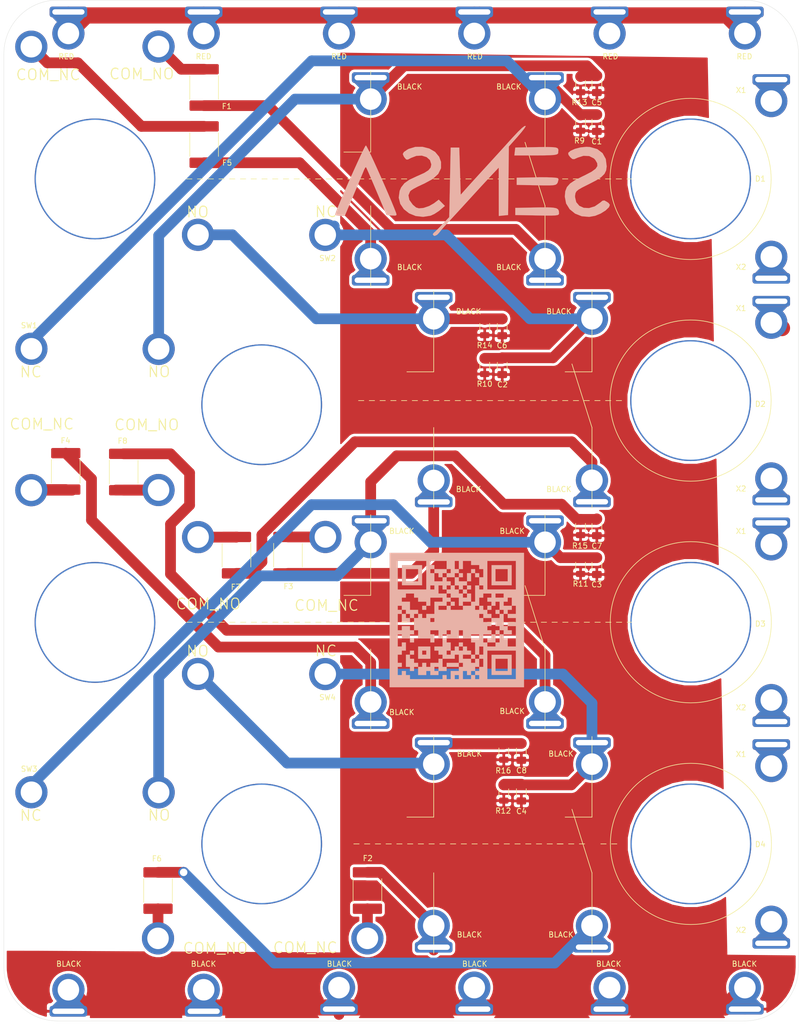
<source format=kicad_pcb>
(kicad_pcb (version 20171130) (host pcbnew "(5.1.9)-1")
  (layers (0 F.Cu signal) (31 B.Cu signal) (34 B.Paste user) (35 F.Paste user) (36 B.SilkS user) (37 F.SilkS user) (38 B.Mask user) (39 F.Mask user) (44 Edge.Cuts user))
  (net 0 "")
  (net 1 /PASS1_NO)
  (net 2 /PASS2_NO)
  (net 3 /PASS3_NO)
  (net 4 /PASS4_NO)
  (net 5 /PASS1_NC)
  (net 6 /PASS2_NC)
  (net 7 /PASS3_NC)
  (net 8 /PASS4_NC)
  (net 9 "Net-(D9-Pad2)")
  (net 10 "Net-(D9-Pad1)")
  (net 11 "Net-(D10-Pad1)")
  (net 12 "Net-(D10-Pad2)")
  (net 13 "Net-(D11-Pad2)")
  (net 14 "Net-(D11-Pad1)")
  (net 15 "Net-(D12-Pad1)")
  (net 16 "Net-(D12-Pad2)")
  (net 17 "Net-(F1-Pad1)")
  (net 18 "Net-(F2-Pad1)")
  (net 19 "Net-(F3-Pad1)")
  (net 20 "Net-(F4-Pad1)")
  (net 21 "Net-(F5-Pad1)")
  (net 22 "Net-(F6-Pad1)")
  (net 23 "Net-(F7-Pad1)")
  (net 24 "Net-(F8-Pad1)")
  (net 25 "Net-(J10-Pad1)")
  (net 26 G)
  (net 27 /COM1_NO)
  (net 28 /COM4_NC)
  (net 29 /COM2_NC)
  (net 30 /COM3_NC)
  (net 31 /COM1_NC)
  (net 32 /COM4_NO)
  (net 33 /COM2_NO)
  (net 34 /COM3_NO)
  (module additions:QRcode_Smaller (layer B.Cu) (at 115.66 146.74 180)
    (fp_text reference G*** hide)
    (fp_text value LOGO hide)
  )
  (module additions:logo5 (layer B.Cu) (at 118.65 65.09 180)
    (fp_text reference G*** hide)
    (fp_text value LOGO hide)
  )
  (module additions:switch (layer F.Cu) (at 48.26 68.15 180)
    (fp_text reference SW1 (at 12.26 -23.77) (layer F.SilkS))
    (fp_text value SW_DPST)
    (fp_text user NO (at -11.93 -32.38) (layer F.SilkS) (effects (font (size 2 2) (thickness 0.2))))
    (fp_text user COM_NC (at 8.73 22.89) (layer F.SilkS) (effects (font (size 2 2) (thickness 0.2))))
    (fp_text user COM_NO (at -8.7 23.05) (layer F.SilkS) (effects (font (size 2 2) (thickness 0.2))))
    (fp_text user NC (at 11.96 -32.43) (layer F.SilkS) (effects (font (size 2 2) (thickness 0.2))))
    (pad 2 thru_hole circle (at -11.86 -28.13 270) (size 6 6) (drill 4) (layers *.Cu *.Mask) (net 5 /PASS1_NC))
    (pad 1 thru_hole circle (at -11.84 28.14 270) (size 6 6) (drill 4) (layers *.Cu *.Mask) (net 17 "Net-(F1-Pad1)"))
    (pad 3 thru_hole circle (at 11.86 28.11 270) (size 6 6) (drill 4) (layers *.Cu *.Mask) (net 21 "Net-(F5-Pad1)"))
    (pad 4 thru_hole circle (at 11.84 -28.11 270) (size 6 6) (drill 4) (layers *.Cu *.Mask) (net 1 /PASS1_NO))
    (pad "" thru_hole circle (at 0 3.5 180) (size 22.5 22.5) (drill 22) (layers *.Cu *.Mask))
  )
  (module additions:bulb (layer F.Cu) (at 159.25 188.42 180)
    (fp_text reference D4 (at -12.93 -0.08) (layer F.SilkS))
    (fp_text value LED)
    (pad "" thru_hole circle (at 0 0 180) (size 22.5 22.5) (drill 22) (layers *.Cu *.Mask))
  )
  (module additions:bulb (layer F.Cu) (at 159.23 147.163332 180)
    (fp_text reference D3 (at -12.95 -0.296668) (layer F.SilkS))
    (fp_text value LED)
    (pad "" thru_hole circle (at 0 0 180) (size 22.5 22.5) (drill 22) (layers *.Cu *.Mask))
  )
  (module additions:bulb (layer F.Cu) (at 159.19 105.906666 180)
    (fp_text reference D2 (at -12.99 -0.643334) (layer F.SilkS))
    (fp_text value LED)
    (pad "" thru_hole circle (at 0 0 180) (size 22.5 22.5) (drill 22) (layers *.Cu *.Mask))
  )
  (module additions:bulb (layer F.Cu) (at 159.19 64.65 180)
    (fp_text reference D1 (at -12.99 0.03) (layer F.SilkS))
    (fp_text value LED)
    (pad "" thru_hole circle (at 0 0 180) (size 22.5 22.5) (drill 22) (layers *.Cu *.Mask))
  )
  (module additions:BananaPlug_custom (layer F.Cu) (at 111.35 120.77)
    (fp_text reference BLACK (at 6.49 1.64) (layer F.SilkS))
    (fp_text value COM)
    (pad 1 thru_hole custom (at 0 0) (size 6 6) (drill 4) (layers *.Cu *.Mask) (net 33 /COM2_NO) (options (clearance outline) (anchor circle)) (primitives (gr_poly (pts (xy 0 0) (xy 3 3) (xy 0 3)) (width 0)) (gr_poly (pts (xy 0 0) (xy 0 3) (xy -3 3)) (width 0))))
    (pad 1 thru_hole roundrect (at 0 4 270) (size 2 7) (drill oval 1 6) (layers *.Cu *.Mask) (net 33 /COM2_NO))
  )
  (module additions:BananaPlug_custom (layer F.Cu) (at 99.61 132.27 180)
    (fp_text reference BLACK (at -5.79 2.08) (layer F.SilkS))
    (fp_text value NC)
    (pad 1 thru_hole custom (at 0 0 180) (size 6 6) (drill 4) (layers *.Cu *.Mask) (net 7 /PASS3_NC) (options (clearance outline) (anchor circle)) (primitives (gr_poly (pts (xy 0 0) (xy 3 3) (xy 0 3)) (width 0)) (gr_poly (pts (xy 0 0) (xy 0 3) (xy -3 3)) (width 0))))
    (pad 1 thru_hole roundrect (at 0 4 90) (size 2 7) (drill oval 1 6) (layers *.Cu *.Mask) (net 7 /PASS3_NC))
  )
  (module additions:BananaPlug_custom (layer F.Cu) (at 99.61 162.01)
    (fp_text reference BLACK (at 5.79 1.9) (layer F.SilkS))
    (fp_text value COM)
    (pad 1 thru_hole roundrect (at 0 4 270) (size 2 7) (drill oval 1 6) (layers *.Cu *.Mask) (net 34 /COM3_NO))
    (pad 1 thru_hole custom (at 0 0) (size 6 6) (drill 4) (layers *.Cu *.Mask) (net 34 /COM3_NO) (options (clearance outline) (anchor circle)) (primitives (gr_poly (pts (xy 0 0) (xy 3 3) (xy 0 3)) (width 0)) (gr_poly (pts (xy 0 0) (xy 0 3) (xy -3 3)) (width 0))))
  )
  (module additions:BananaPlug_custom (layer F.Cu) (at 111.35 203.65)
    (fp_text reference BLACK (at 6.66 1.66) (layer F.SilkS))
    (fp_text value COM)
    (pad 1 thru_hole roundrect (at 0 4 270) (size 2 7) (drill oval 1 6) (layers *.Cu *.Mask) (net 32 /COM4_NO))
    (pad 1 thru_hole custom (at 0 0) (size 6 6) (drill 4) (layers *.Cu *.Mask) (net 32 /COM4_NO) (options (clearance outline) (anchor circle)) (primitives (gr_poly (pts (xy 0 0) (xy 3 3) (xy 0 3)) (width 0)) (gr_poly (pts (xy 0 0) (xy 0 3) (xy -3 3)) (width 0))))
  )
  (module additions:BananaPlug_custom (layer F.Cu) (at 111.35 173.57 180)
    (fp_text reference BLACK (at -6.66 1.91) (layer F.SilkS))
    (fp_text value NC)
    (pad 1 thru_hole roundrect (at 0 4 90) (size 2 7) (drill oval 1 6) (layers *.Cu *.Mask) (net 8 /PASS4_NC))
    (pad 1 thru_hole custom (at 0 0 180) (size 6 6) (drill 4) (layers *.Cu *.Mask) (net 8 /PASS4_NC) (options (clearance outline) (anchor circle)) (primitives (gr_poly (pts (xy 0 0) (xy 3 3) (xy 0 3)) (width 0)) (gr_poly (pts (xy 0 0) (xy 0 3) (xy -3 3)) (width 0))))
  )
  (module additions:BananaPlug_custom (layer F.Cu) (at 111.35 90.68 180)
    (fp_text reference BLACK (at -6.49 1.36) (layer F.SilkS))
    (fp_text value NC)
    (pad 1 thru_hole custom (at 0 0 180) (size 6 6) (drill 4) (layers *.Cu *.Mask) (net 6 /PASS2_NC) (options (clearance outline) (anchor circle)) (primitives (gr_poly (pts (xy 0 0) (xy 3 3) (xy 0 3)) (width 0)) (gr_poly (pts (xy 0 0) (xy 0 3) (xy -3 3)) (width 0))))
    (pad 1 thru_hole roundrect (at 0 4 90) (size 2 7) (drill oval 1 6) (layers *.Cu *.Mask) (net 6 /PASS2_NC))
  )
  (module additions:BananaPlug_custom (layer F.Cu) (at 99.61 79.5)
    (fp_text reference BLACK (at 7.25 1.59) (layer F.SilkS))
    (fp_text value COM)
    (pad 1 thru_hole custom (at 0 0) (size 6 6) (drill 4) (layers *.Cu *.Mask) (net 27 /COM1_NO) (options (clearance outline) (anchor circle)) (primitives (gr_poly (pts (xy 0 0) (xy 3 3) (xy 0 3)) (width 0)) (gr_poly (pts (xy 0 0) (xy 0 3) (xy -3 3)) (width 0))))
    (pad 1 thru_hole roundrect (at 0 4 270) (size 2 7) (drill oval 1 6) (layers *.Cu *.Mask) (net 27 /COM1_NO))
  )
  (module additions:BananaPlug_custom (layer F.Cu) (at 140.82 90.68 180)
    (fp_text reference BLACK (at 6.15 1.36) (layer F.SilkS))
    (fp_text value NO)
    (pad 1 thru_hole custom (at 0 0 180) (size 6 6) (drill 4) (layers *.Cu *.Mask) (net 2 /PASS2_NO) (options (clearance outline) (anchor circle)) (primitives (gr_poly (pts (xy 0 0) (xy 3 3) (xy 0 3)) (width 0)) (gr_poly (pts (xy 0 0) (xy 0 3) (xy -3 3)) (width 0))))
    (pad 1 thru_hole roundrect (at 0 4 90) (size 2 7) (drill oval 1 6) (layers *.Cu *.Mask) (net 2 /PASS2_NO))
  )
  (module additions:BananaPlug_custom (layer F.Cu) (at 140.82 173.57 180)
    (fp_text reference BLACK (at 5.77 1.92) (layer F.SilkS))
    (fp_text value NO)
    (pad 1 thru_hole custom (at 0 0 180) (size 6 6) (drill 4) (layers *.Cu *.Mask) (net 4 /PASS4_NO) (options (clearance outline) (anchor circle)) (primitives (gr_poly (pts (xy 0 0) (xy 3 3) (xy 0 3)) (width 0)) (gr_poly (pts (xy 0 0) (xy 0 3) (xy -3 3)) (width 0))))
    (pad 1 thru_hole roundrect (at 0 4 90) (size 2 7) (drill oval 1 6) (layers *.Cu *.Mask) (net 4 /PASS4_NO))
  )
  (module additions:BananaPlug_custom (layer F.Cu) (at 132.08 162)
    (fp_text reference BLACK (at -6.12 1.71) (layer F.SilkS))
    (fp_text value COM)
    (pad 1 thru_hole custom (at 0 0) (size 6 6) (drill 4) (layers *.Cu *.Mask) (net 30 /COM3_NC) (options (clearance outline) (anchor circle)) (primitives (gr_poly (pts (xy 0 0) (xy 3 3) (xy 0 3)) (width 0)) (gr_poly (pts (xy 0 0) (xy 0 3) (xy -3 3)) (width 0))))
    (pad 1 thru_hole roundrect (at 0 4 270) (size 2 7) (drill oval 1 6) (layers *.Cu *.Mask) (net 30 /COM3_NC))
  )
  (module additions:BananaPlug_custom (layer F.Cu) (at 140.82 203.64)
    (fp_text reference BLACK (at -5.77 1.67) (layer F.SilkS))
    (fp_text value COM)
    (pad 1 thru_hole roundrect (at 0 4 270) (size 2 7) (drill oval 1 6) (layers *.Cu *.Mask) (net 28 /COM4_NC))
    (pad 1 thru_hole custom (at 0 0) (size 6 6) (drill 4) (layers *.Cu *.Mask) (net 28 /COM4_NC) (options (clearance outline) (anchor circle)) (primitives (gr_poly (pts (xy 0 0) (xy 3 3) (xy 0 3)) (width 0)) (gr_poly (pts (xy 0 0) (xy 0 3) (xy -3 3)) (width 0))))
  )
  (module additions:BananaPlug_custom (layer F.Cu) (at 132.08 79.5)
    (fp_text reference BLACK (at -6.74 1.59) (layer F.SilkS))
    (fp_text value COM)
    (pad 1 thru_hole roundrect (at 0 4 270) (size 2 7) (drill oval 1 6) (layers *.Cu *.Mask) (net 31 /COM1_NC))
    (pad 1 thru_hole custom (at 0 0) (size 6 6) (drill 4) (layers *.Cu *.Mask) (net 31 /COM1_NC) (options (clearance outline) (anchor circle)) (primitives (gr_poly (pts (xy 0 0) (xy 3 3) (xy 0 3)) (width 0)) (gr_poly (pts (xy 0 0) (xy 0 3) (xy -3 3)) (width 0))))
  )
  (module additions:BananaPlug_custom (layer F.Cu) (at 140.82 120.74)
    (fp_text reference BLACK (at -6.15 1.67) (layer F.SilkS))
    (fp_text value COM)
    (pad 1 thru_hole roundrect (at 0 4 270) (size 2 7) (drill oval 1 6) (layers *.Cu *.Mask) (net 29 /COM2_NC))
    (pad 1 thru_hole custom (at 0 0) (size 6 6) (drill 4) (layers *.Cu *.Mask) (net 29 /COM2_NC) (options (clearance outline) (anchor circle)) (primitives (gr_poly (pts (xy 0 0) (xy 3 3) (xy 0 3)) (width 0)) (gr_poly (pts (xy 0 0) (xy 0 3) (xy -3 3)) (width 0))))
  )
  (module additions:BananaPlug_custom (layer F.Cu) (at 132.08 132.27 180)
    (fp_text reference BLACK (at 6.12 2.08) (layer F.SilkS))
    (fp_text value NO)
    (pad 1 thru_hole roundrect (at 0 4 90) (size 2 7) (drill oval 1 6) (layers *.Cu *.Mask) (net 3 /PASS3_NO))
    (pad 1 thru_hole custom (at 0 0 180) (size 6 6) (drill 4) (layers *.Cu *.Mask) (net 3 /PASS3_NO) (options (clearance outline) (anchor circle)) (primitives (gr_poly (pts (xy 0 0) (xy 3 3) (xy 0 3)) (width 0)) (gr_poly (pts (xy 0 0) (xy 0 3) (xy -3 3)) (width 0))))
  )
  (module additions:BananaPlug_custom (layer F.Cu) (at 43.31 215.57)
    (fp_text reference BLACK (at 0.08 -4.812777) (layer F.SilkS))
    (fp_text value -)
    (pad 1 thru_hole roundrect (at 0 4 270) (size 2 7) (drill oval 1 6) (layers *.Cu *.Mask) (net 26 G))
    (pad 1 thru_hole custom (at 0 0) (size 6 6) (drill 4) (layers *.Cu *.Mask) (net 26 G) (options (clearance outline) (anchor circle)) (primitives (gr_poly (pts (xy 0 0) (xy 3 3) (xy 0 3)) (width 0)) (gr_poly (pts (xy 0 0) (xy 0 3) (xy -3 3)) (width 0))))
  )
  (module additions:BananaPlug_custom (layer F.Cu) (at 43.31 37.57 180)
    (fp_text reference RED (at 0.39 -4.29) (layer F.SilkS))
    (fp_text value +)
    (pad 1 thru_hole custom (at 0 0 180) (size 6 6) (drill 4) (layers *.Cu *.Mask) (net 25 "Net-(J10-Pad1)") (options (clearance outline) (anchor circle)) (primitives (gr_poly (pts (xy 0 0) (xy 3 3) (xy 0 3)) (width 0)) (gr_poly (pts (xy 0 0) (xy 0 3) (xy -3 3)) (width 0))))
    (pad 1 thru_hole roundrect (at 0 4 90) (size 2 7) (drill oval 1 6) (layers *.Cu *.Mask) (net 25 "Net-(J10-Pad1)"))
  )
  (module additions:BananaPlug_custom (layer F.Cu) (at 68.508 215.57)
    (fp_text reference BLACK (at -0.03 -4.812777) (layer F.SilkS))
    (fp_text value -)
    (pad 1 thru_hole custom (at 0 0) (size 6 6) (drill 4) (layers *.Cu *.Mask) (net 26 G) (options (clearance outline) (anchor circle)) (primitives (gr_poly (pts (xy 0 0) (xy 3 3) (xy 0 3)) (width 0)) (gr_poly (pts (xy 0 0) (xy 0 3) (xy -3 3)) (width 0))))
    (pad 1 thru_hole roundrect (at 0 4 270) (size 2 7) (drill oval 1 6) (layers *.Cu *.Mask) (net 26 G))
  )
  (module additions:BananaPlug_custom (layer F.Cu) (at 68.508 37.57 180)
    (fp_text reference RED (at 0.02 -4.29) (layer F.SilkS))
    (fp_text value +)
    (pad 1 thru_hole roundrect (at 0 4 90) (size 2 7) (drill oval 1 6) (layers *.Cu *.Mask) (net 25 "Net-(J10-Pad1)"))
    (pad 1 thru_hole custom (at 0 0 180) (size 6 6) (drill 4) (layers *.Cu *.Mask) (net 25 "Net-(J10-Pad1)") (options (clearance outline) (anchor circle)) (primitives (gr_poly (pts (xy 0 0) (xy 3 3) (xy 0 3)) (width 0)) (gr_poly (pts (xy 0 0) (xy 0 3) (xy -3 3)) (width 0))))
  )
  (module additions:BananaPlug_custom (layer F.Cu) (at 93.706 215.17)
    (fp_text reference BLACK (at 0.08 -4.412777) (layer F.SilkS))
    (fp_text value -)
    (pad 1 thru_hole roundrect (at 0 4 270) (size 2 7) (drill oval 1 6) (layers *.Cu *.Mask) (net 26 G))
    (pad 1 thru_hole custom (at 0 0) (size 6 6) (drill 4) (layers *.Cu *.Mask) (net 26 G) (options (clearance outline) (anchor circle)) (primitives (gr_poly (pts (xy 0 0) (xy 3 3) (xy 0 3)) (width 0)) (gr_poly (pts (xy 0 0) (xy 0 3) (xy -3 3)) (width 0))))
  )
  (module additions:BananaPlug_custom (layer F.Cu) (at 93.706 37.57 180)
    (fp_text reference RED (at 0 -4.29) (layer F.SilkS))
    (fp_text value +)
    (pad 1 thru_hole custom (at 0 0 180) (size 6 6) (drill 4) (layers *.Cu *.Mask) (net 25 "Net-(J10-Pad1)") (options (clearance outline) (anchor circle)) (primitives (gr_poly (pts (xy 0 0) (xy 3 3) (xy 0 3)) (width 0)) (gr_poly (pts (xy 0 0) (xy 0 3) (xy -3 3)) (width 0))))
    (pad 1 thru_hole roundrect (at 0 4 90) (size 2 7) (drill oval 1 6) (layers *.Cu *.Mask) (net 25 "Net-(J10-Pad1)"))
  )
  (module additions:BananaPlug_custom (layer F.Cu) (at 118.904 215.17)
    (fp_text reference BLACK (at 0.08 -4.412777) (layer F.SilkS))
    (fp_text value -)
    (pad 1 thru_hole custom (at 0 0) (size 6 6) (drill 4) (layers *.Cu *.Mask) (net 26 G) (options (clearance outline) (anchor circle)) (primitives (gr_poly (pts (xy 0 0) (xy 3 3) (xy 0 3)) (width 0)) (gr_poly (pts (xy 0 0) (xy 0 3) (xy -3 3)) (width 0))))
    (pad 1 thru_hole roundrect (at 0 4 270) (size 2 7) (drill oval 1 6) (layers *.Cu *.Mask) (net 26 G))
  )
  (module additions:BananaPlug_custom (layer F.Cu) (at 118.904 37.57 180)
    (fp_text reference RED (at -0.11 -4.29) (layer F.SilkS))
    (fp_text value +)
    (pad 1 thru_hole roundrect (at 0 4 90) (size 2 7) (drill oval 1 6) (layers *.Cu *.Mask) (net 25 "Net-(J10-Pad1)"))
    (pad 1 thru_hole custom (at 0 0 180) (size 6 6) (drill 4) (layers *.Cu *.Mask) (net 25 "Net-(J10-Pad1)") (options (clearance outline) (anchor circle)) (primitives (gr_poly (pts (xy 0 0) (xy 3 3) (xy 0 3)) (width 0)) (gr_poly (pts (xy 0 0) (xy 0 3) (xy -3 3)) (width 0))))
  )
  (module additions:BananaPlug_custom (layer F.Cu) (at 144.102 215.17)
    (fp_text reference BLACK (at -0.16 -4.412777) (layer F.SilkS))
    (fp_text value -)
    (pad 1 thru_hole roundrect (at 0 4 270) (size 2 7) (drill oval 1 6) (layers *.Cu *.Mask) (net 26 G))
    (pad 1 thru_hole custom (at 0 0) (size 6 6) (drill 4) (layers *.Cu *.Mask) (net 26 G) (options (clearance outline) (anchor circle)) (primitives (gr_poly (pts (xy 0 0) (xy 3 3) (xy 0 3)) (width 0)) (gr_poly (pts (xy 0 0) (xy 0 3) (xy -3 3)) (width 0))))
  )
  (module additions:BananaPlug_custom (layer F.Cu) (at 144.102 37.57 180)
    (fp_text reference RED (at -0.15 -4.29) (layer F.SilkS))
    (fp_text value +)
    (pad 1 thru_hole custom (at 0 0 180) (size 6 6) (drill 4) (layers *.Cu *.Mask) (net 25 "Net-(J10-Pad1)") (options (clearance outline) (anchor circle)) (primitives (gr_poly (pts (xy 0 0) (xy 3 3) (xy 0 3)) (width 0)) (gr_poly (pts (xy 0 0) (xy 0 3) (xy -3 3)) (width 0))))
    (pad 1 thru_hole roundrect (at 0 4 90) (size 2 7) (drill oval 1 6) (layers *.Cu *.Mask) (net 25 "Net-(J10-Pad1)"))
  )
  (module additions:BananaPlug_custom (layer F.Cu) (at 169.3 215.17)
    (fp_text reference BLACK (at -0.08 -4.412777) (layer F.SilkS))
    (fp_text value -)
    (pad 1 thru_hole custom (at 0 0) (size 6 6) (drill 4) (layers *.Cu *.Mask) (net 26 G) (options (clearance outline) (anchor circle)) (primitives (gr_poly (pts (xy 0 0) (xy 3 3) (xy 0 3)) (width 0)) (gr_poly (pts (xy 0 0) (xy 0 3) (xy -3 3)) (width 0))))
    (pad 1 thru_hole roundrect (at 0 4 270) (size 2 7) (drill oval 1 6) (layers *.Cu *.Mask) (net 26 G))
  )
  (module additions:BananaPlug_custom (layer F.Cu) (at 169.3 37.57 180)
    (fp_text reference RED (at 0.08 -4.29) (layer F.SilkS))
    (fp_text value +)
    (pad 1 thru_hole roundrect (at 0 4 90) (size 2 7) (drill oval 1 6) (layers *.Cu *.Mask) (net 25 "Net-(J10-Pad1)"))
    (pad 1 thru_hole custom (at 0 0 180) (size 6 6) (drill 4) (layers *.Cu *.Mask) (net 25 "Net-(J10-Pad1)") (options (clearance outline) (anchor circle)) (primitives (gr_poly (pts (xy 0 0) (xy 3 3) (xy 0 3)) (width 0)) (gr_poly (pts (xy 0 0) (xy 0 3) (xy -3 3)) (width 0))))
  )
  (module additions:BananaPlug_custom (layer F.Cu) (at 99.61 49.79 180)
    (fp_text reference BLACK (at -7.25 2.3) (layer F.SilkS))
    (fp_text value NC)
    (pad 1 thru_hole roundrect (at 0 4 90) (size 2 7) (drill oval 1 6) (layers *.Cu *.Mask) (net 5 /PASS1_NC))
    (pad 1 thru_hole custom (at 0 0 180) (size 6 6) (drill 4) (layers *.Cu *.Mask) (net 5 /PASS1_NC) (options (clearance outline) (anchor circle)) (primitives (gr_poly (pts (xy 0 0) (xy 3 3) (xy 0 3)) (width 0)) (gr_poly (pts (xy 0 0) (xy 0 3) (xy -3 3)) (width 0))))
  )
  (module additions:BananaPlug_custom (layer F.Cu) (at 132.08 49.79 180)
    (fp_text reference BLACK (at 6.74 2.3) (layer F.SilkS))
    (fp_text value NO)
    (pad 1 thru_hole custom (at 0 0 180) (size 6 6) (drill 4) (layers *.Cu *.Mask) (net 1 /PASS1_NO) (options (clearance outline) (anchor circle)) (primitives (gr_poly (pts (xy 0 0) (xy 3 3) (xy 0 3)) (width 0)) (gr_poly (pts (xy 0 0) (xy 0 3) (xy -3 3)) (width 0))))
    (pad 1 thru_hole roundrect (at 0 4 90) (size 2 7) (drill oval 1 6) (layers *.Cu *.Mask) (net 1 /PASS1_NO))
  )
  (module additions:BananaPlug_custom (layer F.Cu) (at 174.22 50.157223 180)
    (fp_text reference X1 (at 5.63 2.027223) (layer F.SilkS))
    (fp_text value X2)
    (pad 1 thru_hole roundrect (at 0 4 90) (size 2 7) (drill oval 1 6) (layers *.Cu *.Mask) (net 10 "Net-(D9-Pad1)"))
    (pad 1 thru_hole custom (at 0 0 180) (size 6 6) (drill 4) (layers *.Cu *.Mask) (net 10 "Net-(D9-Pad1)") (options (clearance outline) (anchor circle)) (primitives (gr_poly (pts (xy 0 0) (xy 3 3) (xy 0 3)) (width 0)) (gr_poly (pts (xy 0 0) (xy 0 3) (xy -3 3)) (width 0))))
  )
  (module additions:BananaPlug_custom (layer F.Cu) (at 174.22 79.142777)
    (fp_text reference X2 (at -5.63 1.907223) (layer F.SilkS))
    (fp_text value X1)
    (pad 1 thru_hole custom (at 0 0) (size 6 6) (drill 4) (layers *.Cu *.Mask) (net 9 "Net-(D9-Pad2)") (options (clearance outline) (anchor circle)) (primitives (gr_poly (pts (xy 0 0) (xy 3 3) (xy 0 3)) (width 0)) (gr_poly (pts (xy 0 0) (xy 0 3) (xy -3 3)) (width 0))))
    (pad 1 thru_hole roundrect (at 0 4 270) (size 2 7) (drill oval 1 6) (layers *.Cu *.Mask) (net 9 "Net-(D9-Pad2)"))
  )
  (module additions:BananaPlug_custom (layer F.Cu) (at 174.22 91.413889 180)
    (fp_text reference X1 (at 5.63 2.693889) (layer F.SilkS))
    (fp_text value X2)
    (pad 1 thru_hole custom (at 0 0 180) (size 6 6) (drill 4) (layers *.Cu *.Mask) (net 11 "Net-(D10-Pad1)") (options (clearance outline) (anchor circle)) (primitives (gr_poly (pts (xy 0 0) (xy 3 3) (xy 0 3)) (width 0)) (gr_poly (pts (xy 0 0) (xy 0 3) (xy -3 3)) (width 0))))
    (pad 1 thru_hole roundrect (at 0 4 90) (size 2 7) (drill oval 1 6) (layers *.Cu *.Mask) (net 11 "Net-(D10-Pad1)"))
  )
  (module additions:BananaPlug_custom (layer F.Cu) (at 174.22 120.399443)
    (fp_text reference X2 (at -5.63 1.920557) (layer F.SilkS))
    (fp_text value X1)
    (pad 1 thru_hole roundrect (at 0 4 270) (size 2 7) (drill oval 1 6) (layers *.Cu *.Mask) (net 12 "Net-(D10-Pad2)"))
    (pad 1 thru_hole custom (at 0 0) (size 6 6) (drill 4) (layers *.Cu *.Mask) (net 12 "Net-(D10-Pad2)") (options (clearance outline) (anchor circle)) (primitives (gr_poly (pts (xy 0 0) (xy 3 3) (xy 0 3)) (width 0)) (gr_poly (pts (xy 0 0) (xy 0 3) (xy -3 3)) (width 0))))
  )
  (module additions:BananaPlug_custom (layer F.Cu) (at 174.22 132.670555 180)
    (fp_text reference X1 (at 5.63 2.460555) (layer F.SilkS))
    (fp_text value X2)
    (pad 1 thru_hole roundrect (at 0 4 90) (size 2 7) (drill oval 1 6) (layers *.Cu *.Mask) (net 14 "Net-(D11-Pad1)"))
    (pad 1 thru_hole custom (at 0 0 180) (size 6 6) (drill 4) (layers *.Cu *.Mask) (net 14 "Net-(D11-Pad1)") (options (clearance outline) (anchor circle)) (primitives (gr_poly (pts (xy 0 0) (xy 3 3) (xy 0 3)) (width 0)) (gr_poly (pts (xy 0 0) (xy 0 3) (xy -3 3)) (width 0))))
  )
  (module additions:BananaPlug_custom (layer F.Cu) (at 174.22 161.656109)
    (fp_text reference X2 (at -5.63 1.383891) (layer F.SilkS))
    (fp_text value X1)
    (pad 1 thru_hole custom (at 0 0) (size 6 6) (drill 4) (layers *.Cu *.Mask) (net 13 "Net-(D11-Pad2)") (options (clearance outline) (anchor circle)) (primitives (gr_poly (pts (xy 0 0) (xy 3 3) (xy 0 3)) (width 0)) (gr_poly (pts (xy 0 0) (xy 0 3) (xy -3 3)) (width 0))))
    (pad 1 thru_hole roundrect (at 0 4 270) (size 2 7) (drill oval 1 6) (layers *.Cu *.Mask) (net 13 "Net-(D11-Pad2)"))
  )
  (module additions:BananaPlug_custom (layer F.Cu) (at 174.22 173.927223 180)
    (fp_text reference X1 (at 5.63 2.207223) (layer F.SilkS))
    (fp_text value X2)
    (pad 1 thru_hole custom (at 0 0 180) (size 6 6) (drill 4) (layers *.Cu *.Mask) (net 15 "Net-(D12-Pad1)") (options (clearance outline) (anchor circle)) (primitives (gr_poly (pts (xy 0 0) (xy 3 3) (xy 0 3)) (width 0)) (gr_poly (pts (xy 0 0) (xy 0 3) (xy -3 3)) (width 0))))
    (pad 1 thru_hole roundrect (at 0 4 90) (size 2 7) (drill oval 1 6) (layers *.Cu *.Mask) (net 15 "Net-(D12-Pad1)"))
  )
  (module additions:BananaPlug_custom (layer F.Cu) (at 174.22 202.912777)
    (fp_text reference X2 (at -5.63 1.547223) (layer F.SilkS))
    (fp_text value X1)
    (pad 1 thru_hole roundrect (at 0 4 270) (size 2 7) (drill oval 1 6) (layers *.Cu *.Mask) (net 16 "Net-(D12-Pad2)"))
    (pad 1 thru_hole custom (at 0 0) (size 6 6) (drill 4) (layers *.Cu *.Mask) (net 16 "Net-(D12-Pad2)") (options (clearance outline) (anchor circle)) (primitives (gr_poly (pts (xy 0 0) (xy 3 3) (xy 0 3)) (width 0)) (gr_poly (pts (xy 0 0) (xy 0 3) (xy -3 3)) (width 0))))
  )
  (module Capacitor_SMD:C_1206_3216Metric_Pad1.33x1.80mm_HandSolder (layer F.Cu) (at 141.73 54.24 270)
    (fp_text reference C1 (at 3.45 0.03 180) (layer F.SilkS))
    (fp_text value 1uF)
    (pad 1 smd roundrect (at -1.5625 0 270) (size 1.325 1.8) (layers F.Cu F.Paste F.Mask) (roundrect_rratio 0.1886777358490566) (net 1 /PASS1_NO))
    (pad 2 smd roundrect (at 1.5625 0 270) (size 1.325 1.8) (layers F.Cu F.Paste F.Mask) (roundrect_rratio 0.1886777358490566) (net 26 G))
  )
  (module Capacitor_SMD:C_1206_3216Metric_Pad1.33x1.80mm_HandSolder (layer F.Cu) (at 124.11 99.5 270)
    (fp_text reference C2 (at 3.42 -0.05 180) (layer F.SilkS))
    (fp_text value 1uF)
    (pad 2 smd roundrect (at 1.5625 0 270) (size 1.325 1.8) (layers F.Cu F.Paste F.Mask) (roundrect_rratio 0.1886777358490566) (net 26 G))
    (pad 1 smd roundrect (at -1.5625 0 270) (size 1.325 1.8) (layers F.Cu F.Paste F.Mask) (roundrect_rratio 0.1886777358490566) (net 2 /PASS2_NO))
  )
  (module Capacitor_SMD:C_1206_3216Metric_Pad1.33x1.80mm_HandSolder (layer F.Cu) (at 141.73 136.71 270)
    (fp_text reference C3 (at 3.43 0.03 180) (layer F.SilkS))
    (fp_text value 1uF)
    (pad 1 smd roundrect (at -1.5625 0 270) (size 1.325 1.8) (layers F.Cu F.Paste F.Mask) (roundrect_rratio 0.1886777358490566) (net 3 /PASS3_NO))
    (pad 2 smd roundrect (at 1.5625 0 270) (size 1.325 1.8) (layers F.Cu F.Paste F.Mask) (roundrect_rratio 0.1886777358490566) (net 26 G))
  )
  (module Capacitor_SMD:C_1206_3216Metric_Pad1.33x1.80mm_HandSolder (layer F.Cu) (at 127.67 178.86 270)
    (fp_text reference C4 (at 3.49 -0.03 180) (layer F.SilkS))
    (fp_text value 1uF)
    (pad 2 smd roundrect (at 1.5625 0 270) (size 1.325 1.8) (layers F.Cu F.Paste F.Mask) (roundrect_rratio 0.1886777358490566) (net 26 G))
    (pad 1 smd roundrect (at -1.5625 0 270) (size 1.325 1.8) (layers F.Cu F.Paste F.Mask) (roundrect_rratio 0.1886777358490566) (net 4 /PASS4_NO))
  )
  (module Capacitor_SMD:C_1206_3216Metric_Pad1.33x1.80mm_HandSolder (layer F.Cu) (at 141.73 47.01 270)
    (fp_text reference C5 (at 3.4 0.03 180) (layer F.SilkS))
    (fp_text value 1uF)
    (pad 1 smd roundrect (at -1.5625 0 270) (size 1.325 1.8) (layers F.Cu F.Paste F.Mask) (roundrect_rratio 0.1886777358490566) (net 5 /PASS1_NC))
    (pad 2 smd roundrect (at 1.5625 0 270) (size 1.325 1.8) (layers F.Cu F.Paste F.Mask) (roundrect_rratio 0.1886777358490566) (net 26 G))
  )
  (module Capacitor_SMD:C_1206_3216Metric_Pad1.33x1.80mm_HandSolder (layer F.Cu) (at 124.11 92.27 270)
    (fp_text reference C6 (at 3.37 0.04 180) (layer F.SilkS))
    (fp_text value 1uF)
    (pad 1 smd roundrect (at -1.5625 0 270) (size 1.325 1.8) (layers F.Cu F.Paste F.Mask) (roundrect_rratio 0.1886777358490566) (net 6 /PASS2_NC))
    (pad 2 smd roundrect (at 1.5625 0 270) (size 1.325 1.8) (layers F.Cu F.Paste F.Mask) (roundrect_rratio 0.1886777358490566) (net 26 G))
  )
  (module Capacitor_SMD:C_1206_3216Metric_Pad1.33x1.80mm_HandSolder (layer F.Cu) (at 141.73 129.48 270)
    (fp_text reference C7 (at 3.48 0 180) (layer F.SilkS))
    (fp_text value 1uF)
    (pad 2 smd roundrect (at 1.5625 0 270) (size 1.325 1.8) (layers F.Cu F.Paste F.Mask) (roundrect_rratio 0.1886777358490566) (net 26 G))
    (pad 1 smd roundrect (at -1.5625 0 270) (size 1.325 1.8) (layers F.Cu F.Paste F.Mask) (roundrect_rratio 0.1886777358490566) (net 7 /PASS3_NC))
  )
  (module Capacitor_SMD:C_1206_3216Metric_Pad1.33x1.80mm_HandSolder (layer F.Cu) (at 127.67 171.29 270)
    (fp_text reference C8 (at 3.47 -0.03 180) (layer F.SilkS))
    (fp_text value 1uF)
    (pad 2 smd roundrect (at 1.5625 0 270) (size 1.325 1.8) (layers F.Cu F.Paste F.Mask) (roundrect_rratio 0.1886777358490566) (net 26 G))
    (pad 1 smd roundrect (at -1.5625 0 270) (size 1.325 1.8) (layers F.Cu F.Paste F.Mask) (roundrect_rratio 0.1886777358490566) (net 8 /PASS4_NC))
  )
  (module Fuse:Fuse_2920_7451Metric (layer F.Cu) (at 68.59 47.62 270)
    (fp_text reference F1 (at 3.52 -4.22 180) (layer F.SilkS))
    (fp_text value Fuse)
    (pad 1 smd roundrect (at -3.3875 0 270) (size 1.925 5.45) (layers F.Cu F.Paste F.Mask) (roundrect_rratio 0.1298696103896104) (net 17 "Net-(F1-Pad1)"))
    (pad 2 smd roundrect (at 3.3875 0 270) (size 1.925 5.45) (layers F.Cu F.Paste F.Mask) (roundrect_rratio 0.1298696103896104) (net 31 /COM1_NC))
  )
  (module Fuse:Fuse_2920_7451Metric (layer F.Cu) (at 99 197.1 90)
    (fp_text reference F2 (at 6 0.06 180) (layer F.SilkS))
    (fp_text value Fuse)
    (pad 1 smd roundrect (at -3.3875 0 90) (size 1.925 5.45) (layers F.Cu F.Paste F.Mask) (roundrect_rratio 0.1298696103896104) (net 18 "Net-(F2-Pad1)"))
    (pad 2 smd roundrect (at 3.3875 0 90) (size 1.925 5.45) (layers F.Cu F.Paste F.Mask) (roundrect_rratio 0.1298696103896104) (net 32 /COM4_NO))
  )
  (module Fuse:Fuse_2920_7451Metric (layer F.Cu) (at 84.2 134.6775 270)
    (fp_text reference F3 (at 5.82 -0.09 180) (layer F.SilkS))
    (fp_text value Fuse)
    (pad 1 smd roundrect (at -3.3875 0 270) (size 1.925 5.45) (layers F.Cu F.Paste F.Mask) (roundrect_rratio 0.1298696103896104) (net 19 "Net-(F3-Pad1)"))
    (pad 2 smd roundrect (at 3.3875 0 270) (size 1.925 5.45) (layers F.Cu F.Paste F.Mask) (roundrect_rratio 0.1298696103896104) (net 33 /COM2_NO))
  )
  (module Fuse:Fuse_2920_7451Metric (layer F.Cu) (at 42.82 119.08 90)
    (fp_text reference F4 (at 5.725832 -0.04 180) (layer F.SilkS))
    (fp_text value Fuse)
    (pad 2 smd roundrect (at 3.3875 0 90) (size 1.925 5.45) (layers F.Cu F.Paste F.Mask) (roundrect_rratio 0.1298696103896104) (net 34 /COM3_NO))
    (pad 1 smd roundrect (at -3.3875 0 90) (size 1.925 5.45) (layers F.Cu F.Paste F.Mask) (roundrect_rratio 0.1298696103896104) (net 20 "Net-(F4-Pad1)"))
  )
  (module Fuse:Fuse_2920_7451Metric (layer F.Cu) (at 68.59 58.25 270)
    (fp_text reference F5 (at 3.4 -4.28 180) (layer F.SilkS))
    (fp_text value Fuse)
    (pad 2 smd roundrect (at 3.3875 0 270) (size 1.925 5.45) (layers F.Cu F.Paste F.Mask) (roundrect_rratio 0.1298696103896104) (net 27 /COM1_NO))
    (pad 1 smd roundrect (at -3.3875 0 270) (size 1.925 5.45) (layers F.Cu F.Paste F.Mask) (roundrect_rratio 0.1298696103896104) (net 21 "Net-(F5-Pad1)"))
  )
  (module Fuse:Fuse_2920_7451Metric (layer F.Cu) (at 60 197.1 90)
    (fp_text reference F6 (at 5.94 -0.22 180) (layer F.SilkS))
    (fp_text value Fuse)
    (pad 1 smd roundrect (at -3.3875 0 90) (size 1.925 5.45) (layers F.Cu F.Paste F.Mask) (roundrect_rratio 0.1298696103896104) (net 22 "Net-(F6-Pad1)"))
    (pad 2 smd roundrect (at 3.3875 0 90) (size 1.925 5.45) (layers F.Cu F.Paste F.Mask) (roundrect_rratio 0.1298696103896104) (net 28 /COM4_NC))
  )
  (module Fuse:Fuse_2920_7451Metric (layer F.Cu) (at 74.61 134.6775 270)
    (fp_text reference F7 (at 5.93 0.12 180) (layer F.SilkS))
    (fp_text value Fuse)
    (pad 2 smd roundrect (at 3.3875 0 270) (size 1.925 5.45) (layers F.Cu F.Paste F.Mask) (roundrect_rratio 0.1298696103896104) (net 29 /COM2_NC))
    (pad 1 smd roundrect (at -3.3875 0 270) (size 1.925 5.45) (layers F.Cu F.Paste F.Mask) (roundrect_rratio 0.1298696103896104) (net 23 "Net-(F7-Pad1)"))
  )
  (module Fuse:Fuse_2920_7451Metric (layer F.Cu) (at 53.6 119.2 90)
    (fp_text reference F8 (at 5.79 -0.2 180) (layer F.SilkS))
    (fp_text value Fuse)
    (pad 2 smd roundrect (at 3.3875 0 90) (size 1.925 5.45) (layers F.Cu F.Paste F.Mask) (roundrect_rratio 0.1298696103896104) (net 30 /COM3_NC))
    (pad 1 smd roundrect (at -3.3875 0 90) (size 1.925 5.45) (layers F.Cu F.Paste F.Mask) (roundrect_rratio 0.1298696103896104) (net 24 "Net-(F8-Pad1)"))
  )
  (module Resistor_SMD:R_1206_3216Metric (layer F.Cu) (at 138.7 54.21 270)
    (fp_text reference R9 (at 3.32 0.21 180) (layer F.SilkS))
    (fp_text value 1K)
    (pad 1 smd roundrect (at -1.4625 0 270) (size 1.125 1.75) (layers F.Cu F.Paste F.Mask) (roundrect_rratio 0.2222204444444444) (net 1 /PASS1_NO))
    (pad 2 smd roundrect (at 1.4625 0 270) (size 1.125 1.75) (layers F.Cu F.Paste F.Mask) (roundrect_rratio 0.2222204444444444) (net 26 G))
  )
  (module Resistor_SMD:R_1206_3216Metric (layer F.Cu) (at 120.85 99.5 270)
    (fp_text reference R10 (at 3.31 0.02 180) (layer F.SilkS))
    (fp_text value 10K)
    (pad 1 smd roundrect (at -1.4625 0 270) (size 1.125 1.75) (layers F.Cu F.Paste F.Mask) (roundrect_rratio 0.2222204444444444) (net 2 /PASS2_NO))
    (pad 2 smd roundrect (at 1.4625 0 270) (size 1.125 1.75) (layers F.Cu F.Paste F.Mask) (roundrect_rratio 0.2222204444444444) (net 26 G))
  )
  (module Resistor_SMD:R_1206_3216Metric (layer F.Cu) (at 138.7 136.71 270)
    (fp_text reference R11 (at 3.3 0 180) (layer F.SilkS))
    (fp_text value 10K)
    (pad 2 smd roundrect (at 1.4625 0 270) (size 1.125 1.75) (layers F.Cu F.Paste F.Mask) (roundrect_rratio 0.2222204444444444) (net 26 G))
    (pad 1 smd roundrect (at -1.4625 0 270) (size 1.125 1.75) (layers F.Cu F.Paste F.Mask) (roundrect_rratio 0.2222204444444444) (net 3 /PASS3_NO))
  )
  (module Resistor_SMD:R_1206_3216Metric (layer F.Cu) (at 124.4 178.9 270)
    (fp_text reference R12 (at 3.36 0.11 180) (layer F.SilkS))
    (fp_text value 10K)
    (pad 2 smd roundrect (at 1.4625 0 270) (size 1.125 1.75) (layers F.Cu F.Paste F.Mask) (roundrect_rratio 0.2222204444444444) (net 26 G))
    (pad 1 smd roundrect (at -1.4625 0 270) (size 1.125 1.75) (layers F.Cu F.Paste F.Mask) (roundrect_rratio 0.2222204444444444) (net 4 /PASS4_NO))
  )
  (module Resistor_SMD:R_1206_3216Metric (layer F.Cu) (at 138.7 47.05 270)
    (fp_text reference R13 (at 3.34 0.21 180) (layer F.SilkS))
    (fp_text value 1K)
    (pad 1 smd roundrect (at -1.4625 0 270) (size 1.125 1.75) (layers F.Cu F.Paste F.Mask) (roundrect_rratio 0.2222204444444444) (net 5 /PASS1_NC))
    (pad 2 smd roundrect (at 1.4625 0 270) (size 1.125 1.75) (layers F.Cu F.Paste F.Mask) (roundrect_rratio 0.2222204444444444) (net 26 G))
  )
  (module Resistor_SMD:R_1206_3216Metric (layer F.Cu) (at 120.85 92.27 270)
    (fp_text reference R14 (at 3.35 0.01 180) (layer F.SilkS))
    (fp_text value 10K)
    (pad 2 smd roundrect (at 1.4625 0 270) (size 1.125 1.75) (layers F.Cu F.Paste F.Mask) (roundrect_rratio 0.2222204444444444) (net 26 G))
    (pad 1 smd roundrect (at -1.4625 0 270) (size 1.125 1.75) (layers F.Cu F.Paste F.Mask) (roundrect_rratio 0.2222204444444444) (net 6 /PASS2_NC))
  )
  (module Resistor_SMD:R_1206_3216Metric (layer F.Cu) (at 138.7 129.48 270)
    (fp_text reference R15 (at 3.44 0.11 180) (layer F.SilkS))
    (fp_text value 10K)
    (pad 1 smd roundrect (at -1.4625 0 270) (size 1.125 1.75) (layers F.Cu F.Paste F.Mask) (roundrect_rratio 0.2222204444444444) (net 7 /PASS3_NC))
    (pad 2 smd roundrect (at 1.4625 0 270) (size 1.125 1.75) (layers F.Cu F.Paste F.Mask) (roundrect_rratio 0.2222204444444444) (net 26 G))
  )
  (module Resistor_SMD:R_1206_3216Metric (layer F.Cu) (at 124.4 171.29 270)
    (fp_text reference R16 (at 3.49 0.09 180) (layer F.SilkS))
    (fp_text value 10K)
    (pad 2 smd roundrect (at 1.4625 0 270) (size 1.125 1.75) (layers F.Cu F.Paste F.Mask) (roundrect_rratio 0.2222204444444444) (net 26 G))
    (pad 1 smd roundrect (at -1.4625 0 270) (size 1.125 1.75) (layers F.Cu F.Paste F.Mask) (roundrect_rratio 0.2222204444444444) (net 8 /PASS4_NC))
  )
  (module additions:switch (layer F.Cu) (at 79.31 184.92)
    (fp_text reference SW4 (at 12.26 -23.77) (layer F.SilkS))
    (fp_text value SW_DPST)
    (fp_text user NC (at 11.96 -32.43) (layer F.SilkS) (effects (font (size 2 2) (thickness 0.2))))
    (fp_text user COM_NO (at -8.63 22.92) (layer F.SilkS) (effects (font (size 2 2) (thickness 0.2))))
    (fp_text user COM_NC (at 8.1 22.81) (layer F.SilkS) (effects (font (size 2 2) (thickness 0.2))))
    (fp_text user NO (at -11.93 -32.38) (layer F.SilkS) (effects (font (size 2 2) (thickness 0.2))))
    (pad "" thru_hole circle (at 0 3.5) (size 22.5 22.5) (drill 22) (layers *.Cu *.Mask))
    (pad 4 thru_hole circle (at 11.84 -28.11 90) (size 6 6) (drill 4) (layers *.Cu *.Mask) (net 4 /PASS4_NO))
    (pad 3 thru_hole circle (at 19.69 21.08 90) (size 6 6) (drill 4) (layers *.Cu *.Mask) (net 18 "Net-(F2-Pad1)"))
    (pad 1 thru_hole circle (at -19.31 21.08 90) (size 6 6) (drill 4) (layers *.Cu *.Mask) (net 22 "Net-(F6-Pad1)"))
    (pad 2 thru_hole circle (at -11.86 -28.13 90) (size 6 6) (drill 4) (layers *.Cu *.Mask) (net 8 /PASS4_NC))
  )
  (module additions:switch (layer F.Cu) (at 79.31 103.18)
    (fp_text reference SW2 (at 12.26 -23.77) (layer F.SilkS))
    (fp_text value SW_DPST)
    (fp_text user NC (at 11.96 -32.43) (layer F.SilkS) (effects (font (size 2 2) (thickness 0.2))))
    (fp_text user COM_NO (at -9.93 40.57) (layer F.SilkS) (effects (font (size 2 2) (thickness 0.2))))
    (fp_text user COM_NC (at 12.08 40.85) (layer F.SilkS) (effects (font (size 2 2) (thickness 0.2))))
    (fp_text user NO (at -11.93 -32.38) (layer F.SilkS) (effects (font (size 2 2) (thickness 0.2))))
    (pad "" thru_hole circle (at 0 3.5) (size 22.5 22.5) (drill 22) (layers *.Cu *.Mask))
    (pad 4 thru_hole circle (at 11.84 -28.11 90) (size 6 6) (drill 4) (layers *.Cu *.Mask) (net 2 /PASS2_NO))
    (pad 3 thru_hole circle (at 11.86 28.11 90) (size 6 6) (drill 4) (layers *.Cu *.Mask) (net 19 "Net-(F3-Pad1)"))
    (pad 1 thru_hole circle (at -11.84 28.14 90) (size 6 6) (drill 4) (layers *.Cu *.Mask) (net 23 "Net-(F7-Pad1)"))
    (pad 2 thru_hole circle (at -11.86 -28.13 90) (size 6 6) (drill 4) (layers *.Cu *.Mask) (net 6 /PASS2_NC))
  )
  (module additions:switch (layer F.Cu) (at 48.26 150.693332 180)
    (fp_text reference SW3 (at 12.26 -23.77) (layer F.SilkS))
    (fp_text value SW_DPST)
    (fp_text user NO (at -11.93 -32.38) (layer F.SilkS) (effects (font (size 2 2) (thickness 0.2))))
    (fp_text user COM_NC (at 9.91 40.423332) (layer F.SilkS) (effects (font (size 2 2) (thickness 0.2))))
    (fp_text user COM_NO (at -9.64 40.273332) (layer F.SilkS) (effects (font (size 2 2) (thickness 0.2))))
    (fp_text user NC (at 11.96 -32.43) (layer F.SilkS) (effects (font (size 2 2) (thickness 0.2))))
    (pad 2 thru_hole circle (at -11.86 -28.13 270) (size 6 6) (drill 4) (layers *.Cu *.Mask) (net 7 /PASS3_NC))
    (pad 1 thru_hole circle (at -11.84 28.14 270) (size 6 6) (drill 4) (layers *.Cu *.Mask) (net 24 "Net-(F8-Pad1)"))
    (pad 3 thru_hole circle (at 11.86 28.11 270) (size 6 6) (drill 4) (layers *.Cu *.Mask) (net 20 "Net-(F4-Pad1)"))
    (pad 4 thru_hole circle (at 11.84 -28.11 270) (size 6 6) (drill 4) (layers *.Cu *.Mask) (net 3 /PASS3_NO))
    (pad "" thru_hole circle (at 0 3.5 180) (size 22.5 22.5) (drill 22) (layers *.Cu *.Mask))
  )
  (gr_line (start 99.61 59.65) (end 99.61 44.65) (layer F.SilkS) (width 0.12))
  (gr_line (start 111.35 183.43) (end 111.35 168.43) (layer F.SilkS) (width 0.12))
  (gr_line (start 140.82 193.79) (end 140.82 208.79) (layer F.SilkS) (width 0.12))
  (gr_line (start 137.09 181.97) (end 140.82 193.79) (layer F.SilkS) (width 0.12))
  (gr_line (start 111.35 193.79) (end 111.35 208.79) (layer F.SilkS) (width 0.12))
  (gr_line (start 111.35 183.43) (end 106.35 183.43) (layer F.SilkS) (width 0.12))
  (gr_line (start 140.82 183.43) (end 140.82 168.43) (layer F.SilkS) (width 0.12))
  (gr_line (start 140.82 183.43) (end 135.82 183.43) (layer F.SilkS) (width 0.12))
  (gr_line (start 132.08 152.16) (end 128.35 140.34) (layer F.SilkS) (width 0.12))
  (gr_line (start 99.61 142.16) (end 99.61 127.16) (layer F.SilkS) (width 0.12))
  (gr_line (start 132.08 152.16) (end 132.08 167.16) (layer F.SilkS) (width 0.12))
  (gr_line (start 132.08 142.16) (end 132.08 127.16) (layer F.SilkS) (width 0.12))
  (gr_line (start 132.08 142.16) (end 127.08 142.16) (layer F.SilkS) (width 0.12))
  (gr_line (start 99.61 152.16) (end 99.61 167.16) (layer F.SilkS) (width 0.12))
  (gr_line (start 99.61 142.16) (end 94.61 142.16) (layer F.SilkS) (width 0.12))
  (gr_line (start 137.09 99.09) (end 140.82 110.91) (layer F.SilkS) (width 0.12))
  (gr_line (start 111.35 100.55) (end 111.35 85.55) (layer F.SilkS) (width 0.12))
  (gr_line (start 140.82 110.91) (end 140.82 125.91) (layer F.SilkS) (width 0.12))
  (gr_line (start 140.82 100.55) (end 140.82 85.55) (layer F.SilkS) (width 0.12))
  (gr_line (start 140.82 100.55) (end 135.82 100.55) (layer F.SilkS) (width 0.12))
  (gr_line (start 111.35 110.91) (end 111.35 125.91) (layer F.SilkS) (width 0.12))
  (gr_line (start 111.35 100.55) (end 106.35 100.55) (layer F.SilkS) (width 0.12))
  (gr_line (start 132.08 69.65) (end 128.35 57.83) (layer F.SilkS) (width 0.12))
  (gr_line (start 132.08 59.65) (end 132.08 44.65) (layer F.SilkS) (width 0.12))
  (gr_line (start 132.08 69.65) (end 132.08 84.65) (layer F.SilkS) (width 0.12))
  (gr_line (start 132.08 59.65) (end 127.08 59.65) (layer F.SilkS) (width 0.12))
  (gr_line (start 99.61 59.65) (end 94.61 59.65) (layer F.SilkS) (width 0.12))
  (gr_line (start 99.61 69.65) (end 99.61 84.65) (layer F.SilkS) (width 0.12))
  (gr_line (start 130.46 188.42) (end 131.46 188.42) (layer F.SilkS) (width 0.12))
  (gr_line (start 138.46 188.42) (end 139.46 188.42) (layer F.SilkS) (width 0.12))
  (gr_line (start 106.46 188.42) (end 107.46 188.42) (layer F.SilkS) (width 0.12))
  (gr_line (start 134.46 188.42) (end 135.46 188.42) (layer F.SilkS) (width 0.12))
  (gr_line (start 99.46 188.42) (end 98.46 188.42) (layer F.SilkS) (width 0.12))
  (gr_line (start 103.46 188.42) (end 102.46 188.42) (layer F.SilkS) (width 0.12))
  (gr_line (start 108.46 188.42) (end 109.46 188.42) (layer F.SilkS) (width 0.12))
  (gr_line (start 136.46 188.42) (end 137.46 188.42) (layer F.SilkS) (width 0.12))
  (gr_line (start 110.46 188.42) (end 111.46 188.42) (layer F.SilkS) (width 0.12))
  (gr_line (start 122.46 188.42) (end 123.46 188.42) (layer F.SilkS) (width 0.12))
  (gr_line (start 126.46 188.42) (end 127.46 188.42) (layer F.SilkS) (width 0.12))
  (gr_line (start 134.32 188.42) (end 135.32 188.42) (layer F.SilkS) (width 0.12))
  (gr_line (start 142.46 188.42) (end 143.46 188.42) (layer F.SilkS) (width 0.12))
  (gr_line (start 120.46 188.42) (end 121.46 188.42) (layer F.SilkS) (width 0.12))
  (gr_line (start 112.46 188.42) (end 113.46 188.42) (layer F.SilkS) (width 0.12))
  (gr_line (start 114.46 188.42) (end 115.46 188.42) (layer F.SilkS) (width 0.12))
  (gr_line (start 101.46 188.42) (end 100.46 188.42) (layer F.SilkS) (width 0.12))
  (gr_line (start 118.46 188.42) (end 119.46 188.42) (layer F.SilkS) (width 0.12))
  (gr_line (start 116.46 188.42) (end 117.46 188.42) (layer F.SilkS) (width 0.12))
  (gr_line (start 128.46 188.42) (end 129.46 188.42) (layer F.SilkS) (width 0.12))
  (gr_line (start 104.46 188.42) (end 105.46 188.42) (layer F.SilkS) (width 0.12))
  (gr_line (start 97.46 188.42) (end 96.46 188.42) (layer F.SilkS) (width 0.12))
  (gr_line (start 124.46 188.42) (end 125.46 188.42) (layer F.SilkS) (width 0.12))
  (gr_line (start 144.46 188.42) (end 145.46 188.42) (layer F.SilkS) (width 0.12))
  (gr_line (start 132.46 188.42) (end 133.46 188.42) (layer F.SilkS) (width 0.12))
  (gr_line (start 72.37 147.163332) (end 71.37 147.163332) (layer F.SilkS) (width 0.12))
  (gr_line (start 70.37 147.163332) (end 69.37 147.163332) (layer F.SilkS) (width 0.12))
  (gr_line (start 137.37 147.163332) (end 138.37 147.163332) (layer F.SilkS) (width 0.12))
  (gr_line (start 149.37 147.163332) (end 150.37 147.163332) (layer F.SilkS) (width 0.12))
  (gr_line (start 139.37 147.163332) (end 140.37 147.163332) (layer F.SilkS) (width 0.12))
  (gr_line (start 117.37 147.163332) (end 118.37 147.163332) (layer F.SilkS) (width 0.12))
  (gr_line (start 121.37 147.163332) (end 122.37 147.163332) (layer F.SilkS) (width 0.12))
  (gr_line (start 119.37 147.163332) (end 120.37 147.163332) (layer F.SilkS) (width 0.12))
  (gr_line (start 103.37 147.163332) (end 104.37 147.163332) (layer F.SilkS) (width 0.12))
  (gr_line (start 133.37 147.163332) (end 134.37 147.163332) (layer F.SilkS) (width 0.12))
  (gr_line (start 129.37 147.163332) (end 130.37 147.163332) (layer F.SilkS) (width 0.12))
  (gr_line (start 147.37 147.163332) (end 148.37 147.163332) (layer F.SilkS) (width 0.12))
  (gr_line (start 143.37 147.163332) (end 144.37 147.163332) (layer F.SilkS) (width 0.12))
  (gr_line (start 105.37 147.163332) (end 106.37 147.163332) (layer F.SilkS) (width 0.12))
  (gr_line (start 125.37 147.163332) (end 126.37 147.163332) (layer F.SilkS) (width 0.12))
  (gr_line (start 111.37 147.163332) (end 112.37 147.163332) (layer F.SilkS) (width 0.12))
  (gr_line (start 141.37 147.163332) (end 142.37 147.163332) (layer F.SilkS) (width 0.12))
  (gr_line (start 115.37 147.163332) (end 116.37 147.163332) (layer F.SilkS) (width 0.12))
  (gr_line (start 131.37 147.163332) (end 132.37 147.163332) (layer F.SilkS) (width 0.12))
  (gr_line (start 68.37 147.163332) (end 67.37 147.163332) (layer F.SilkS) (width 0.12))
  (gr_line (start 145.37 147.163332) (end 146.37 147.163332) (layer F.SilkS) (width 0.12))
  (gr_line (start 123.37 147.163332) (end 124.37 147.163332) (layer F.SilkS) (width 0.12))
  (gr_line (start 109.37 147.163332) (end 110.37 147.163332) (layer F.SilkS) (width 0.12))
  (gr_line (start 135.37 147.163332) (end 136.37 147.163332) (layer F.SilkS) (width 0.12))
  (gr_line (start 127.37 147.163332) (end 128.37 147.163332) (layer F.SilkS) (width 0.12))
  (gr_line (start 97.37 147.163332) (end 98.37 147.163332) (layer F.SilkS) (width 0.12))
  (gr_line (start 66.37 147.163332) (end 65.37 147.163332) (layer F.SilkS) (width 0.12))
  (gr_line (start 113.37 147.163332) (end 114.37 147.163332) (layer F.SilkS) (width 0.12))
  (gr_line (start 107.37 147.163332) (end 108.37 147.163332) (layer F.SilkS) (width 0.12))
  (gr_line (start 81.37 147.163332) (end 82.37 147.163332) (layer F.SilkS) (width 0.12))
  (gr_line (start 87.37 147.163332) (end 88.37 147.163332) (layer F.SilkS) (width 0.12))
  (gr_line (start 73.37 147.163332) (end 74.37 147.163332) (layer F.SilkS) (width 0.12))
  (gr_line (start 85.37 147.163332) (end 86.37 147.163332) (layer F.SilkS) (width 0.12))
  (gr_line (start 91.37 147.163332) (end 92.37 147.163332) (layer F.SilkS) (width 0.12))
  (gr_line (start 89.37 147.163332) (end 90.37 147.163332) (layer F.SilkS) (width 0.12))
  (gr_line (start 93.37 147.163332) (end 94.37 147.163332) (layer F.SilkS) (width 0.12))
  (gr_line (start 79.37 147.163332) (end 80.37 147.163332) (layer F.SilkS) (width 0.12))
  (gr_line (start 75.37 147.163332) (end 76.37 147.163332) (layer F.SilkS) (width 0.12))
  (gr_line (start 101.37 147.163332) (end 102.37 147.163332) (layer F.SilkS) (width 0.12))
  (gr_line (start 95.37 147.163332) (end 96.37 147.163332) (layer F.SilkS) (width 0.12))
  (gr_line (start 77.37 147.163332) (end 78.37 147.163332) (layer F.SilkS) (width 0.12))
  (gr_line (start 83.37 147.163332) (end 84.37 147.163332) (layer F.SilkS) (width 0.12))
  (gr_line (start 99.37 147.163332) (end 100.37 147.163332) (layer F.SilkS) (width 0.12))
  (gr_line (start 104.34 105.906666) (end 103.34 105.906666) (layer F.SilkS) (width 0.12))
  (gr_line (start 102.34 105.906666) (end 101.34 105.906666) (layer F.SilkS) (width 0.12))
  (gr_line (start 135.34 105.906666) (end 136.34 105.906666) (layer F.SilkS) (width 0.12))
  (gr_line (start 137.34 105.906666) (end 138.34 105.906666) (layer F.SilkS) (width 0.12))
  (gr_line (start 143.34 105.906666) (end 144.34 105.906666) (layer F.SilkS) (width 0.12))
  (gr_line (start 100.34 105.906666) (end 99.34 105.906666) (layer F.SilkS) (width 0.12))
  (gr_line (start 141.34 105.906666) (end 142.34 105.906666) (layer F.SilkS) (width 0.12))
  (gr_line (start 129.34 105.906666) (end 130.34 105.906666) (layer F.SilkS) (width 0.12))
  (gr_line (start 98.34 105.906666) (end 97.34 105.906666) (layer F.SilkS) (width 0.12))
  (gr_line (start 145.34 105.906666) (end 146.34 105.906666) (layer F.SilkS) (width 0.12))
  (gr_line (start 139.34 105.906666) (end 140.34 105.906666) (layer F.SilkS) (width 0.12))
  (gr_line (start 113.34 105.906666) (end 114.34 105.906666) (layer F.SilkS) (width 0.12))
  (gr_line (start 119.34 105.906666) (end 120.34 105.906666) (layer F.SilkS) (width 0.12))
  (gr_line (start 105.34 105.906666) (end 106.34 105.906666) (layer F.SilkS) (width 0.12))
  (gr_line (start 117.34 105.906666) (end 118.34 105.906666) (layer F.SilkS) (width 0.12))
  (gr_line (start 123.34 105.906666) (end 124.34 105.906666) (layer F.SilkS) (width 0.12))
  (gr_line (start 121.34 105.906666) (end 122.34 105.906666) (layer F.SilkS) (width 0.12))
  (gr_line (start 125.34 105.906666) (end 126.34 105.906666) (layer F.SilkS) (width 0.12))
  (gr_line (start 111.34 105.906666) (end 112.34 105.906666) (layer F.SilkS) (width 0.12))
  (gr_line (start 107.34 105.906666) (end 108.34 105.906666) (layer F.SilkS) (width 0.12))
  (gr_line (start 133.34 105.906666) (end 134.34 105.906666) (layer F.SilkS) (width 0.12))
  (gr_line (start 127.34 105.906666) (end 128.34 105.906666) (layer F.SilkS) (width 0.12))
  (gr_line (start 109.34 105.906666) (end 110.34 105.906666) (layer F.SilkS) (width 0.12))
  (gr_line (start 115.34 105.906666) (end 116.34 105.906666) (layer F.SilkS) (width 0.12))
  (gr_line (start 131.34 105.906666) (end 132.34 105.906666) (layer F.SilkS) (width 0.12))
  (gr_line (start 72.33 64.65) (end 71.33 64.65) (layer F.SilkS) (width 0.12))
  (gr_line (start 66.33 64.65) (end 65.33 64.65) (layer F.SilkS) (width 0.12))
  (gr_line (start 70.33 64.65) (end 69.33 64.65) (layer F.SilkS) (width 0.12))
  (gr_line (start 68.33 64.65) (end 67.33 64.65) (layer F.SilkS) (width 0.12))
  (gr_line (start 137.33 64.65) (end 138.33 64.65) (layer F.SilkS) (width 0.12))
  (gr_line (start 149.33 64.65) (end 150.33 64.65) (layer F.SilkS) (width 0.12))
  (gr_line (start 145.33 64.65) (end 146.33 64.65) (layer F.SilkS) (width 0.12))
  (gr_line (start 141.33 64.65) (end 142.33 64.65) (layer F.SilkS) (width 0.12))
  (gr_line (start 147.33 64.65) (end 148.33 64.65) (layer F.SilkS) (width 0.12))
  (gr_line (start 139.33 64.65) (end 140.33 64.65) (layer F.SilkS) (width 0.12))
  (gr_line (start 143.33 64.65) (end 144.33 64.65) (layer F.SilkS) (width 0.12))
  (gr_line (start 129.33 64.65) (end 130.33 64.65) (layer F.SilkS) (width 0.12))
  (gr_line (start 113.33 64.65) (end 114.33 64.65) (layer F.SilkS) (width 0.12))
  (gr_line (start 119.33 64.65) (end 120.33 64.65) (layer F.SilkS) (width 0.12))
  (gr_line (start 105.33 64.65) (end 106.33 64.65) (layer F.SilkS) (width 0.12))
  (gr_line (start 103.33 64.65) (end 104.33 64.65) (layer F.SilkS) (width 0.12))
  (gr_line (start 117.33 64.65) (end 118.33 64.65) (layer F.SilkS) (width 0.12))
  (gr_line (start 135.33 64.65) (end 136.33 64.65) (layer F.SilkS) (width 0.12))
  (gr_line (start 123.33 64.65) (end 124.33 64.65) (layer F.SilkS) (width 0.12))
  (gr_line (start 121.33 64.65) (end 122.33 64.65) (layer F.SilkS) (width 0.12))
  (gr_line (start 125.33 64.65) (end 126.33 64.65) (layer F.SilkS) (width 0.12))
  (gr_line (start 111.33 64.65) (end 112.33 64.65) (layer F.SilkS) (width 0.12))
  (gr_line (start 107.33 64.65) (end 108.33 64.65) (layer F.SilkS) (width 0.12))
  (gr_line (start 133.33 64.65) (end 134.33 64.65) (layer F.SilkS) (width 0.12))
  (gr_line (start 127.33 64.65) (end 128.33 64.65) (layer F.SilkS) (width 0.12))
  (gr_line (start 109.33 64.65) (end 110.33 64.65) (layer F.SilkS) (width 0.12))
  (gr_line (start 115.33 64.65) (end 116.33 64.65) (layer F.SilkS) (width 0.12))
  (gr_line (start 131.33 64.65) (end 132.33 64.65) (layer F.SilkS) (width 0.12))
  (gr_line (start 87.33 64.65) (end 88.33 64.65) (layer F.SilkS) (width 0.12))
  (gr_line (start 97.33 64.65) (end 98.33 64.65) (layer F.SilkS) (width 0.12))
  (gr_line (start 89.33 64.65) (end 90.33 64.65) (layer F.SilkS) (width 0.12))
  (gr_line (start 101.33 64.65) (end 102.33 64.65) (layer F.SilkS) (width 0.12))
  (gr_line (start 95.33 64.65) (end 96.33 64.65) (layer F.SilkS) (width 0.12))
  (gr_line (start 91.33 64.65) (end 92.33 64.65) (layer F.SilkS) (width 0.12))
  (gr_line (start 93.33 64.65) (end 94.33 64.65) (layer F.SilkS) (width 0.12))
  (gr_line (start 99.33 64.65) (end 100.33 64.65) (layer F.SilkS) (width 0.12))
  (gr_line (start 81.33 64.65) (end 82.33 64.65) (layer F.SilkS) (width 0.12))
  (gr_line (start 79.33 64.65) (end 80.33 64.65) (layer F.SilkS) (width 0.12))
  (gr_line (start 83.33 64.65) (end 84.33 64.65) (layer F.SilkS) (width 0.12))
  (gr_line (start 85.33 64.65) (end 86.33 64.65) (layer F.SilkS) (width 0.12))
  (gr_line (start 77.33 64.65) (end 78.33 64.65) (layer F.SilkS) (width 0.12))
  (gr_line (start 75.33 64.65) (end 76.33 64.65) (layer F.SilkS) (width 0.12))
  (gr_line (start 73.33 64.65) (end 74.33 64.65) (layer F.SilkS) (width 0.12))
  (gr_line (start 179.29 211.37) (end 179.29 41.37) (layer Edge.Cuts) (width 0.05))
  (gr_line (start 41.29 221.37) (end 169.29 221.37) (layer Edge.Cuts) (width 0.05))
  (gr_line (start 31.29 41.37) (end 31.29 211.37) (layer Edge.Cuts) (width 0.05))
  (gr_line (start 169.29 31.37) (end 41.29 31.37) (layer Edge.Cuts) (width 0.05))
  (gr_arc (start 41.29 211.37) (end 31.29 211.37) (angle -90) (layer Edge.Cuts) (width 0.05))
  (gr_arc (start 169.29 211.37) (end 169.29 221.37) (angle -90) (layer Edge.Cuts) (width 0.05))
  (gr_arc (start 169.29 41.37) (end 179.29 41.37) (angle -90) (layer Edge.Cuts) (width 0.05))
  (gr_arc (start 41.29 41.37) (end 41.29 31.37) (angle -90) (layer Edge.Cuts) (width 0.05))
  (segment (start 132.08 49.79) (end 132.08 45.79) (width 2) (layer F.Cu) (net 1))
  (segment (start 36.42 96.26) (end 36.42 95.51) (width 2) (layer B.Cu) (net 1))
  (segment (start 124.96 42.67) (end 132.08 49.79) (width 2) (layer B.Cu) (net 1))
  (segment (start 88.63 42.67) (end 124.96 42.67) (width 2) (layer B.Cu) (net 1))
  (segment (start 36.42 94.88) (end 88.63 42.67) (width 2) (layer B.Cu) (net 1))
  (segment (start 36.42 96.26) (end 36.42 94.88) (width 2) (layer B.Cu) (net 1))
  (segment (start 132.08 46.1275) (end 138.7 52.7475) (width 2) (layer F.Cu) (net 1))
  (segment (start 132.08 45.79) (end 132.08 46.1275) (width 2) (layer F.Cu) (net 1))
  (segment (start 138.77 52.6775) (end 138.7 52.7475) (width 2) (layer F.Cu) (net 1))
  (segment (start 141.73 52.6775) (end 138.77 52.6775) (width 2) (layer F.Cu) (net 1))
  (segment (start 140.82 90.87) (end 140.82 90.68) (width 1.5) (layer B.Cu) (net 2))
  (segment (start 140.82 90.68) (end 140.82 86.68) (width 2) (layer F.Cu) (net 2))
  (segment (start 91.15 75.07) (end 92.81 73.41) (width 2) (layer B.Cu) (net 2))
  (segment (start 129.27 90.68) (end 140.82 90.68) (width 2) (layer B.Cu) (net 2))
  (segment (start 113.66 75.07) (end 129.27 90.68) (width 2) (layer B.Cu) (net 2))
  (segment (start 91.15 75.07) (end 113.66 75.07) (width 2) (layer B.Cu) (net 2))
  (segment (start 124.01 98.0375) (end 124.11 97.9375) (width 2) (layer F.Cu) (net 2))
  (segment (start 120.85 98.0375) (end 124.01 98.0375) (width 2) (layer F.Cu) (net 2))
  (segment (start 133.5625 97.9375) (end 140.82 90.68) (width 2) (layer F.Cu) (net 2))
  (segment (start 124.11 97.9375) (end 133.5625 97.9375) (width 2) (layer F.Cu) (net 2))
  (segment (start 132.08 128.27) (end 132.08 132.27) (width 2) (layer F.Cu) (net 3))
  (segment (start 36.42 178.803332) (end 36.42 177.16) (width 2) (layer B.Cu) (net 3))
  (segment (start 103.8 125.28) (end 110.79 132.27) (width 2) (layer B.Cu) (net 3))
  (segment (start 88.599334 125.28) (end 103.8 125.28) (width 2) (layer B.Cu) (net 3))
  (segment (start 36.42 177.459334) (end 88.599334 125.28) (width 2) (layer B.Cu) (net 3))
  (segment (start 36.42 178.803332) (end 36.42 177.459334) (width 2) (layer B.Cu) (net 3))
  (segment (start 110.79 132.27) (end 132.08 132.27) (width 2) (layer B.Cu) (net 3))
  (segment (start 134.9575 135.1475) (end 141.73 135.1475) (width 2) (layer F.Cu) (net 3))
  (segment (start 132.08 132.27) (end 134.9575 135.1475) (width 2) (layer F.Cu) (net 3))
  (segment (start 140.82 173.58) (end 140.82 169.58) (width 2) (layer F.Cu) (net 4))
  (segment (start 124.54 177.2975) (end 124.4 177.4375) (width 2) (layer F.Cu) (net 4))
  (segment (start 127.67 177.2975) (end 124.54 177.2975) (width 2) (layer F.Cu) (net 4))
  (segment (start 136.9625 177.4375) (end 140.82 173.58) (width 2) (layer F.Cu) (net 4))
  (segment (start 124.4 177.4375) (end 136.9625 177.4375) (width 2) (layer F.Cu) (net 4))
  (segment (start 140.82 162.22) (end 140.82 173.58) (width 2) (layer B.Cu) (net 4))
  (segment (start 135.41 156.81) (end 140.82 162.22) (width 2) (layer B.Cu) (net 4))
  (segment (start 91.15 156.81) (end 135.41 156.81) (width 2) (layer B.Cu) (net 4))
  (segment (start 99.61 49.79) (end 99.61 45.79) (width 2) (layer F.Cu) (net 5))
  (segment (start 85.53 49.79) (end 99.61 49.79) (width 2) (layer B.Cu) (net 5))
  (segment (start 60.12 75.2) (end 85.53 49.79) (width 2) (layer B.Cu) (net 5))
  (segment (start 60.12 96.28) (end 60.12 75.2) (width 2) (layer B.Cu) (net 5))
  (segment (start 138.84 45.4475) (end 138.7 45.5875) (width 2) (layer F.Cu) (net 5))
  (segment (start 141.73 45.4475) (end 138.84 45.4475) (width 2) (layer F.Cu) (net 5))
  (segment (start 105.81001 43.58999) (end 99.61 49.79) (width 2) (layer F.Cu) (net 5))
  (segment (start 139.87249 43.58999) (end 105.81001 43.58999) (width 2) (layer F.Cu) (net 5))
  (segment (start 141.73 45.4475) (end 139.87249 43.58999) (width 2) (layer F.Cu) (net 5))
  (segment (start 111.35 90.68) (end 111.35 86.68) (width 2) (layer F.Cu) (net 6))
  (segment (start 67.45 75.05) (end 73.85 75.05) (width 2) (layer B.Cu) (net 6))
  (segment (start 89.48 90.68) (end 111.35 90.68) (width 2) (layer B.Cu) (net 6))
  (segment (start 73.85 75.05) (end 89.48 90.68) (width 2) (layer B.Cu) (net 6))
  (segment (start 120.95 90.7075) (end 120.85 90.8075) (width 2) (layer F.Cu) (net 6))
  (segment (start 124.11 90.7075) (end 120.95 90.7075) (width 2) (layer F.Cu) (net 6))
  (segment (start 124.0825 90.68) (end 124.11 90.7075) (width 2) (layer F.Cu) (net 6))
  (segment (start 111.35 90.68) (end 124.0825 90.68) (width 2) (layer F.Cu) (net 6))
  (segment (start 99.61 128.27) (end 99.61 132.27) (width 2) (layer F.Cu) (net 7))
  (segment (start 93.35 138.53) (end 99.61 132.27) (width 2) (layer B.Cu) (net 7))
  (segment (start 78.96 138.53) (end 93.35 138.53) (width 2) (layer B.Cu) (net 7))
  (segment (start 60.12 157.37) (end 78.96 138.53) (width 2) (layer B.Cu) (net 7))
  (segment (start 60.12 178.823332) (end 60.12 157.37) (width 2) (layer B.Cu) (net 7))
  (segment (start 141.63 128.0175) (end 141.73 127.9175) (width 2) (layer F.Cu) (net 7))
  (segment (start 138.7 128.0175) (end 141.63 128.0175) (width 2) (layer F.Cu) (net 7))
  (segment (start 137.9875 128.0175) (end 138.7 128.0175) (width 2) (layer F.Cu) (net 7))
  (segment (start 135.17 125.2) (end 137.9875 128.0175) (width 2) (layer F.Cu) (net 7))
  (segment (start 115.33 116.19) (end 124.34 125.2) (width 2) (layer F.Cu) (net 7))
  (segment (start 104.45 116.19) (end 115.33 116.19) (width 2) (layer F.Cu) (net 7))
  (segment (start 99.61 121.03) (end 104.45 116.19) (width 2) (layer F.Cu) (net 7))
  (segment (start 124.34 125.2) (end 135.17 125.2) (width 2) (layer F.Cu) (net 7))
  (segment (start 99.61 132.27) (end 99.61 121.03) (width 2) (layer F.Cu) (net 7))
  (segment (start 111.35 173.57) (end 111.35 169.57) (width 2) (layer F.Cu) (net 8))
  (segment (start 67.45 156.79) (end 84.03 173.37) (width 2) (layer B.Cu) (net 8))
  (segment (start 111.15 173.37) (end 111.35 173.57) (width 2) (layer B.Cu) (net 8))
  (segment (start 84.03 173.37) (end 111.15 173.37) (width 2) (layer B.Cu) (net 8))
  (segment (start 111.6075 169.8275) (end 111.35 169.57) (width 2) (layer F.Cu) (net 8))
  (segment (start 124.4 169.8275) (end 111.6075 169.8275) (width 2) (layer F.Cu) (net 8))
  (segment (start 111.5075 169.7275) (end 111.35 169.57) (width 2) (layer F.Cu) (net 8))
  (segment (start 127.67 169.7275) (end 111.5075 169.7275) (width 2) (layer F.Cu) (net 8))
  (segment (start 176.212777 92.406666) (end 176.22 92.413889) (width 3) (layer F.Cu) (net 11))
  (segment (start 64.3225 44.2325) (end 60.1 40.01) (width 2) (layer F.Cu) (net 17))
  (segment (start 68.59 44.2325) (end 64.3225 44.2325) (width 2) (layer F.Cu) (net 17))
  (segment (start 99 206) (end 99 200.4875) (width 2) (layer F.Cu) (net 18))
  (segment (start 84.2 131.29) (end 91.17 131.29) (width 2) (layer F.Cu) (net 19))
  (segment (start 43.98 122.583332) (end 44.01 122.553332) (width 2) (layer F.Cu) (net 20))
  (segment (start 36.4 122.583332) (end 43.98 122.583332) (width 2) (layer F.Cu) (net 20))
  (segment (start 36.515832 122.4675) (end 36.4 122.583332) (width 2) (layer F.Cu) (net 20))
  (segment (start 42.82 122.4675) (end 36.515832 122.4675) (width 2) (layer F.Cu) (net 20))
  (segment (start 39.399999 43.039999) (end 36.4 40.04) (width 2) (layer F.Cu) (net 21))
  (segment (start 45.076001 43.039999) (end 39.399999 43.039999) (width 2) (layer F.Cu) (net 21))
  (segment (start 56.898502 54.8625) (end 45.076001 43.039999) (width 2) (layer F.Cu) (net 21))
  (segment (start 68.59 54.8625) (end 56.898502 54.8625) (width 2) (layer F.Cu) (net 21))
  (segment (start 60 206) (end 60 200.4875) (width 2) (layer F.Cu) (net 22))
  (segment (start 74.58 131.32) (end 74.61 131.29) (width 2) (layer F.Cu) (net 23))
  (segment (start 67.47 131.32) (end 74.58 131.32) (width 2) (layer F.Cu) (net 23))
  (segment (start 60.1 122.553332) (end 52.17 122.553332) (width 2) (layer F.Cu) (net 24))
  (segment (start 60.065832 122.5875) (end 60.1 122.553332) (width 2) (layer F.Cu) (net 24))
  (segment (start 53.6 122.5875) (end 60.065832 122.5875) (width 2) (layer F.Cu) (net 24))
  (segment (start 119.88 37.57) (end 119.88 33.57) (width 2) (layer F.Cu) (net 25))
  (segment (start 43.31 33.57) (end 43.31 37.57) (width 2) (layer F.Cu) (net 25))
  (segment (start 68.508 33.57) (end 68.508 37.57) (width 2) (layer F.Cu) (net 25))
  (segment (start 93.706 33.57) (end 93.706 37.57) (width 2) (layer F.Cu) (net 25))
  (segment (start 118.904 33.57) (end 118.904 37.57) (width 2) (layer F.Cu) (net 25))
  (segment (start 144.102 33.57) (end 144.102 37.57) (width 2) (layer F.Cu) (net 25))
  (segment (start 169.3 33.57) (end 169.3 37.57) (width 2) (layer F.Cu) (net 25))
  (segment (start 46.66 34.22) (end 165.95 34.22) (width 3) (layer F.Cu) (net 25))
  (segment (start 165.95 34.22) (end 169.3 37.57) (width 3) (layer F.Cu) (net 25))
  (segment (start 43.31 37.57) (end 46.66 34.22) (width 3) (layer F.Cu) (net 25))
  (segment (start 43.33 219.13) (end 43.33 215.13) (width 2) (layer F.Cu) (net 26))
  (segment (start 68.49 219.26) (end 68.49 215.26) (width 2) (layer F.Cu) (net 26))
  (segment (start 93.706 220.17) (end 93.706 216.17) (width 2) (layer F.Cu) (net 26))
  (segment (start 118.904 219.17) (end 118.904 215.17) (width 2) (layer F.Cu) (net 26))
  (segment (start 144.102 219.17) (end 144.102 215.17) (width 2) (layer F.Cu) (net 26))
  (segment (start 169.3 219.17) (end 169.3 215.17) (width 2) (layer F.Cu) (net 26))
  (segment (start 46.61 218.87) (end 43.31 215.57) (width 3) (layer F.Cu) (net 26))
  (segment (start 165.6 218.87) (end 46.61 218.87) (width 3) (layer F.Cu) (net 26))
  (segment (start 169.3 215.17) (end 165.6 218.87) (width 3) (layer F.Cu) (net 26))
  (segment (start 99.61 79.5) (end 99.61 83.5) (width 2) (layer F.Cu) (net 27))
  (segment (start 99.61 76.514446) (end 99.61 79.5) (width 2) (layer F.Cu) (net 27))
  (segment (start 68.59 61.6375) (end 86.3675 61.6375) (width 2) (layer F.Cu) (net 27))
  (segment (start 99.61 74.88) (end 99.61 79.5) (width 2) (layer F.Cu) (net 27))
  (segment (start 86.3675 61.6375) (end 99.61 74.88) (width 2) (layer F.Cu) (net 27))
  (segment (start 140.82 203.64) (end 140.82 207.64) (width 2) (layer F.Cu) (net 28))
  (segment (start 64.7725 193.7125) (end 64.7725 193.7125) (width 2) (layer F.Cu) (net 28))
  (segment (start 60 193.7125) (end 64.7725 193.7125) (width 2) (layer F.Cu) (net 28))
  (via (at 64.7725 193.7125) (size 2) (drill 1.4) (layers F.Cu B.Cu) (net 28))
  (segment (start 133.87 210.59) (end 140.82 203.64) (width 2) (layer B.Cu) (net 28))
  (segment (start 81.65 210.59) (end 133.87 210.59) (width 2) (layer B.Cu) (net 28))
  (segment (start 64.7725 193.7125) (end 81.65 210.59) (width 2) (layer B.Cu) (net 28))
  (segment (start 140.82 120.74) (end 140.82 124.74) (width 2) (layer F.Cu) (net 29))
  (segment (start 137.06 113.58) (end 140.82 117.34) (width 2) (layer F.Cu) (net 29))
  (segment (start 96.671874 113.58) (end 137.06 113.58) (width 2) (layer F.Cu) (net 29))
  (segment (start 79.35 130.901874) (end 96.671874 113.58) (width 2) (layer F.Cu) (net 29))
  (segment (start 77.205 138.065) (end 79.35 135.92) (width 2) (layer F.Cu) (net 29))
  (segment (start 140.82 117.34) (end 140.82 120.74) (width 2) (layer F.Cu) (net 29))
  (segment (start 79.35 135.92) (end 79.35 130.901874) (width 2) (layer F.Cu) (net 29))
  (segment (start 74.61 138.065) (end 77.205 138.065) (width 2) (layer F.Cu) (net 29))
  (segment (start 132.09 161.61) (end 132.09 165.61) (width 2) (layer F.Cu) (net 30))
  (segment (start 132.08 153.35) (end 132.08 162) (width 2) (layer F.Cu) (net 30))
  (segment (start 127.39 148.66) (end 132.08 153.35) (width 2) (layer F.Cu) (net 30))
  (segment (start 72.81 148.66) (end 127.39 148.66) (width 2) (layer F.Cu) (net 30))
  (segment (start 62.33 128.92) (end 62.33 138.18) (width 2) (layer F.Cu) (net 30))
  (segment (start 65.88 125.37) (end 62.33 128.92) (width 2) (layer F.Cu) (net 30))
  (segment (start 65.88 119.38) (end 65.88 125.37) (width 2) (layer F.Cu) (net 30))
  (segment (start 62.33 138.18) (end 72.81 148.66) (width 2) (layer F.Cu) (net 30))
  (segment (start 62.3125 115.8125) (end 65.88 119.38) (width 2) (layer F.Cu) (net 30))
  (segment (start 53.6 115.8125) (end 62.3125 115.8125) (width 2) (layer F.Cu) (net 30))
  (segment (start 132.08 79.5) (end 132.08 83.5) (width 2) (layer F.Cu) (net 31))
  (segment (start 103.55 74.04) (end 126.62 74.04) (width 2) (layer F.Cu) (net 31))
  (segment (start 80.5175 51.0075) (end 103.55 74.04) (width 2) (layer F.Cu) (net 31))
  (segment (start 126.62 74.04) (end 132.08 79.5) (width 2) (layer F.Cu) (net 31))
  (segment (start 68.59 51.0075) (end 80.5175 51.0075) (width 2) (layer F.Cu) (net 31))
  (segment (start 111.35 203.65) (end 111.35 207.65) (width 2) (layer F.Cu) (net 32))
  (segment (start 111.35 208.17) (end 111.35 203.65) (width 2) (layer F.Cu) (net 32))
  (segment (start 101.4125 193.7125) (end 111.35 203.65) (width 2) (layer F.Cu) (net 32))
  (segment (start 99 193.7125) (end 101.4125 193.7125) (width 2) (layer F.Cu) (net 32))
  (segment (start 111.35 120.77) (end 111.35 124.77) (width 2) (layer F.Cu) (net 33))
  (segment (start 84.2 138.065) (end 107.135 138.065) (width 2) (layer F.Cu) (net 33))
  (segment (start 111.35 133.85) (end 111.35 120.77) (width 2) (layer F.Cu) (net 33))
  (segment (start 107.135 138.065) (end 111.35 133.85) (width 2) (layer F.Cu) (net 33))
  (segment (start 99.61 162.01) (end 99.61 166.01) (width 2) (layer F.Cu) (net 34))
  (segment (start 99.61 154.67) (end 99.61 162.01) (width 2) (layer F.Cu) (net 34))
  (segment (start 71.26 151.78) (end 96.72 151.78) (width 2) (layer F.Cu) (net 34))
  (segment (start 96.72 151.78) (end 99.61 154.67) (width 2) (layer F.Cu) (net 34))
  (segment (start 47.61 128.13) (end 71.26 151.78) (width 2) (layer F.Cu) (net 34))
  (segment (start 47.61 120.4825) (end 47.61 128.13) (width 2) (layer F.Cu) (net 34))
  (segment (start 42.82 115.6925) (end 47.61 120.4825) (width 2) (layer F.Cu) (net 34))
  (zone (net 26) (net_name G) (layer F.Cu) (connect_pads (clearance 0.508)) (min_thickness 0.254) (fill yes (arc_segments 32) (thermal_gap 0.508) (thermal_bridge_width 0.508))
    (polygon (pts (xy 162.37 42.06) (xy 166.04 209.04) (xy 180.13 209.19) (xy 180.05 215.25) (xy 178.96 217.03) (xy 177.35 219.29) (xy 175.9 220.53) (xy 174.04 221.59) (xy 171.74 221.92) (xy 39.68 221.97) (xy 37.51 221.26) (xy 34.87 219.7) (xy 33.57 218.3) (xy 32.44 216.33) (xy 31.195 213.835) (xy 30.665 210.805) (xy 30.57 208.3) (xy 37.58 208.31) (xy 93.93 208.62) (xy 93.93 41.14)))
  )
)
</source>
